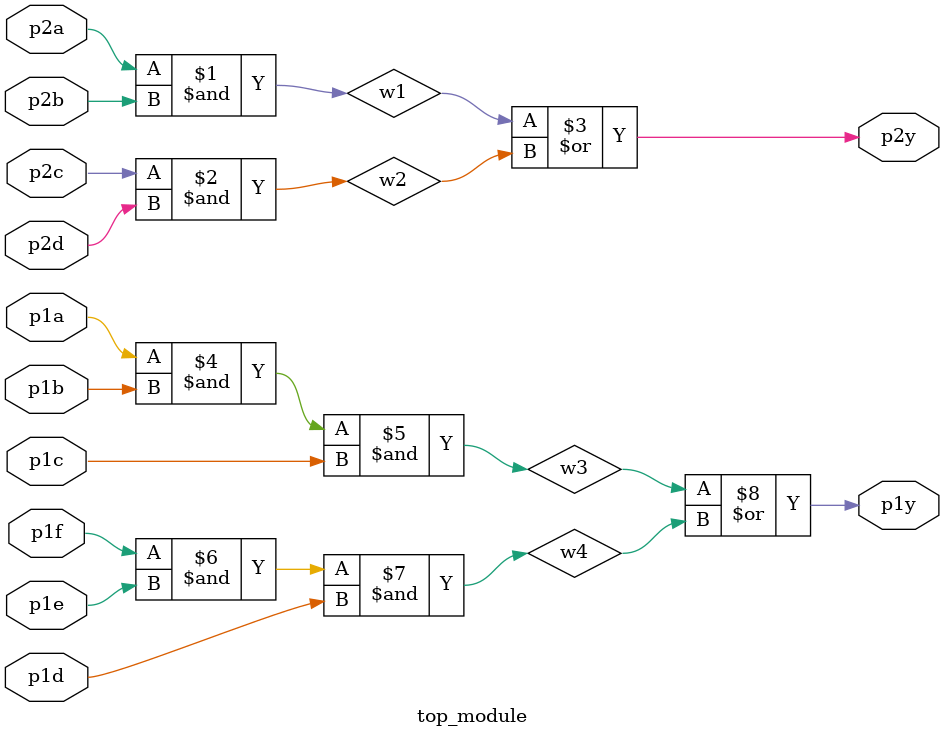
<source format=v>
module top_module(
input p1a,p2a,p1b,p2b,p1c,p2c,p1d,p2d,p1e,p1f,
output p1y,p2y);

wire w1,w2,w3,w4;

assign w1 = p2a & p2b;
assign w2 = p2c & p2d;
assign p2y = w1 | w2;
assign w3 = p1a & p1b & p1c;
assign w4 = p1f & p1e & p1d;
assign p1y = w3 | w4;
endmodule

</source>
